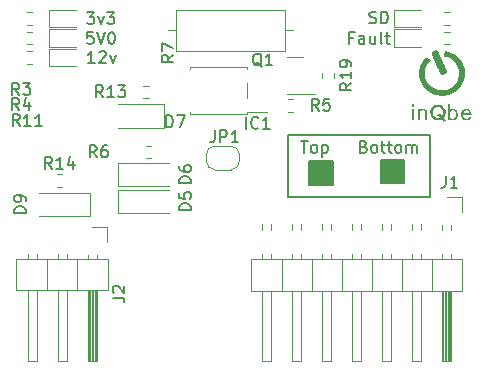
<source format=gbr>
%TF.GenerationSoftware,KiCad,Pcbnew,(6.0.9)*%
%TF.CreationDate,2022-11-10T15:00:12+05:30*%
%TF.ProjectId,Gate Driver TLP152,47617465-2044-4726-9976-657220544c50,rev?*%
%TF.SameCoordinates,Original*%
%TF.FileFunction,Legend,Top*%
%TF.FilePolarity,Positive*%
%FSLAX46Y46*%
G04 Gerber Fmt 4.6, Leading zero omitted, Abs format (unit mm)*
G04 Created by KiCad (PCBNEW (6.0.9)) date 2022-11-10 15:00:12*
%MOMM*%
%LPD*%
G01*
G04 APERTURE LIST*
%ADD10C,0.150000*%
%ADD11C,0.200000*%
%ADD12C,0.120000*%
G04 APERTURE END LIST*
D10*
X25940000Y-13478000D02*
X27940000Y-13478000D01*
X27940000Y-13478000D02*
X27940000Y-15478000D01*
X27940000Y-15478000D02*
X25940000Y-15478000D01*
X25940000Y-15478000D02*
X25940000Y-13478000D01*
G36*
X25940000Y-13478000D02*
G01*
X27940000Y-13478000D01*
X27940000Y-15478000D01*
X25940000Y-15478000D01*
X25940000Y-13478000D01*
G37*
X32004000Y-13351000D02*
X34004000Y-13351000D01*
X34004000Y-13351000D02*
X34004000Y-15351000D01*
X34004000Y-15351000D02*
X32004000Y-15351000D01*
X32004000Y-15351000D02*
X32004000Y-13351000D01*
G36*
X32004000Y-13351000D02*
G01*
X34004000Y-13351000D01*
X34004000Y-15351000D01*
X32004000Y-15351000D01*
X32004000Y-13351000D01*
G37*
X24130000Y-11303000D02*
X36195000Y-11303000D01*
X36195000Y-11303000D02*
X36195000Y-16510000D01*
X36195000Y-16510000D02*
X24130000Y-16510000D01*
X24130000Y-16510000D02*
X24130000Y-11303000D01*
X25249809Y-11771380D02*
X25821238Y-11771380D01*
X25535523Y-12771380D02*
X25535523Y-11771380D01*
X26297428Y-12771380D02*
X26202190Y-12723761D01*
X26154571Y-12676142D01*
X26106952Y-12580904D01*
X26106952Y-12295190D01*
X26154571Y-12199952D01*
X26202190Y-12152333D01*
X26297428Y-12104714D01*
X26440285Y-12104714D01*
X26535523Y-12152333D01*
X26583142Y-12199952D01*
X26630761Y-12295190D01*
X26630761Y-12580904D01*
X26583142Y-12676142D01*
X26535523Y-12723761D01*
X26440285Y-12771380D01*
X26297428Y-12771380D01*
X27059333Y-12104714D02*
X27059333Y-13104714D01*
X27059333Y-12152333D02*
X27154571Y-12104714D01*
X27345047Y-12104714D01*
X27440285Y-12152333D01*
X27487904Y-12199952D01*
X27535523Y-12295190D01*
X27535523Y-12580904D01*
X27487904Y-12676142D01*
X27440285Y-12723761D01*
X27345047Y-12771380D01*
X27154571Y-12771380D01*
X27059333Y-12723761D01*
X30583142Y-12247571D02*
X30726000Y-12295190D01*
X30773619Y-12342809D01*
X30821238Y-12438047D01*
X30821238Y-12580904D01*
X30773619Y-12676142D01*
X30726000Y-12723761D01*
X30630761Y-12771380D01*
X30249809Y-12771380D01*
X30249809Y-11771380D01*
X30583142Y-11771380D01*
X30678380Y-11819000D01*
X30726000Y-11866619D01*
X30773619Y-11961857D01*
X30773619Y-12057095D01*
X30726000Y-12152333D01*
X30678380Y-12199952D01*
X30583142Y-12247571D01*
X30249809Y-12247571D01*
X31392666Y-12771380D02*
X31297428Y-12723761D01*
X31249809Y-12676142D01*
X31202190Y-12580904D01*
X31202190Y-12295190D01*
X31249809Y-12199952D01*
X31297428Y-12152333D01*
X31392666Y-12104714D01*
X31535523Y-12104714D01*
X31630761Y-12152333D01*
X31678380Y-12199952D01*
X31726000Y-12295190D01*
X31726000Y-12580904D01*
X31678380Y-12676142D01*
X31630761Y-12723761D01*
X31535523Y-12771380D01*
X31392666Y-12771380D01*
X32011714Y-12104714D02*
X32392666Y-12104714D01*
X32154571Y-11771380D02*
X32154571Y-12628523D01*
X32202190Y-12723761D01*
X32297428Y-12771380D01*
X32392666Y-12771380D01*
X32583142Y-12104714D02*
X32964095Y-12104714D01*
X32726000Y-11771380D02*
X32726000Y-12628523D01*
X32773619Y-12723761D01*
X32868857Y-12771380D01*
X32964095Y-12771380D01*
X33440285Y-12771380D02*
X33345047Y-12723761D01*
X33297428Y-12676142D01*
X33249809Y-12580904D01*
X33249809Y-12295190D01*
X33297428Y-12199952D01*
X33345047Y-12152333D01*
X33440285Y-12104714D01*
X33583142Y-12104714D01*
X33678380Y-12152333D01*
X33726000Y-12199952D01*
X33773619Y-12295190D01*
X33773619Y-12580904D01*
X33726000Y-12676142D01*
X33678380Y-12723761D01*
X33583142Y-12771380D01*
X33440285Y-12771380D01*
X34202190Y-12771380D02*
X34202190Y-12104714D01*
X34202190Y-12199952D02*
X34249809Y-12152333D01*
X34345047Y-12104714D01*
X34487904Y-12104714D01*
X34583142Y-12152333D01*
X34630761Y-12247571D01*
X34630761Y-12771380D01*
X34630761Y-12247571D02*
X34678380Y-12152333D01*
X34773619Y-12104714D01*
X34916476Y-12104714D01*
X35011714Y-12152333D01*
X35059333Y-12247571D01*
X35059333Y-12771380D01*
D11*
X7140723Y-874780D02*
X7759771Y-874780D01*
X7426438Y-1255733D01*
X7569295Y-1255733D01*
X7664533Y-1303352D01*
X7712152Y-1350971D01*
X7759771Y-1446209D01*
X7759771Y-1684304D01*
X7712152Y-1779542D01*
X7664533Y-1827161D01*
X7569295Y-1874780D01*
X7283580Y-1874780D01*
X7188342Y-1827161D01*
X7140723Y-1779542D01*
X8093104Y-1208114D02*
X8331200Y-1874780D01*
X8569295Y-1208114D01*
X8855009Y-874780D02*
X9474057Y-874780D01*
X9140723Y-1255733D01*
X9283580Y-1255733D01*
X9378819Y-1303352D01*
X9426438Y-1350971D01*
X9474057Y-1446209D01*
X9474057Y-1684304D01*
X9426438Y-1779542D01*
X9378819Y-1827161D01*
X9283580Y-1874780D01*
X8997866Y-1874780D01*
X8902628Y-1827161D01*
X8855009Y-1779542D01*
X31065885Y-1776361D02*
X31208742Y-1823980D01*
X31446838Y-1823980D01*
X31542076Y-1776361D01*
X31589695Y-1728742D01*
X31637314Y-1633504D01*
X31637314Y-1538266D01*
X31589695Y-1443028D01*
X31542076Y-1395409D01*
X31446838Y-1347790D01*
X31256361Y-1300171D01*
X31161123Y-1252552D01*
X31113504Y-1204933D01*
X31065885Y-1109695D01*
X31065885Y-1014457D01*
X31113504Y-919219D01*
X31161123Y-871600D01*
X31256361Y-823980D01*
X31494457Y-823980D01*
X31637314Y-871600D01*
X32065885Y-1823980D02*
X32065885Y-823980D01*
X32303980Y-823980D01*
X32446838Y-871600D01*
X32542076Y-966838D01*
X32589695Y-1062076D01*
X32637314Y-1252552D01*
X32637314Y-1395409D01*
X32589695Y-1585885D01*
X32542076Y-1681123D01*
X32446838Y-1776361D01*
X32303980Y-1823980D01*
X32065885Y-1823980D01*
X7810571Y-5176780D02*
X7239142Y-5176780D01*
X7524857Y-5176780D02*
X7524857Y-4176780D01*
X7429619Y-4319638D01*
X7334380Y-4414876D01*
X7239142Y-4462495D01*
X8191523Y-4272019D02*
X8239142Y-4224400D01*
X8334380Y-4176780D01*
X8572476Y-4176780D01*
X8667714Y-4224400D01*
X8715333Y-4272019D01*
X8762952Y-4367257D01*
X8762952Y-4462495D01*
X8715333Y-4605352D01*
X8143904Y-5176780D01*
X8762952Y-5176780D01*
X9096285Y-4510114D02*
X9334380Y-5176780D01*
X9572476Y-4510114D01*
X29678476Y-3027371D02*
X29345142Y-3027371D01*
X29345142Y-3551180D02*
X29345142Y-2551180D01*
X29821333Y-2551180D01*
X30630857Y-3551180D02*
X30630857Y-3027371D01*
X30583238Y-2932133D01*
X30488000Y-2884514D01*
X30297523Y-2884514D01*
X30202285Y-2932133D01*
X30630857Y-3503561D02*
X30535619Y-3551180D01*
X30297523Y-3551180D01*
X30202285Y-3503561D01*
X30154666Y-3408323D01*
X30154666Y-3313085D01*
X30202285Y-3217847D01*
X30297523Y-3170228D01*
X30535619Y-3170228D01*
X30630857Y-3122609D01*
X31535619Y-2884514D02*
X31535619Y-3551180D01*
X31107047Y-2884514D02*
X31107047Y-3408323D01*
X31154666Y-3503561D01*
X31249904Y-3551180D01*
X31392761Y-3551180D01*
X31488000Y-3503561D01*
X31535619Y-3455942D01*
X32154666Y-3551180D02*
X32059428Y-3503561D01*
X32011809Y-3408323D01*
X32011809Y-2551180D01*
X32392761Y-2884514D02*
X32773714Y-2884514D01*
X32535619Y-2551180D02*
X32535619Y-3408323D01*
X32583238Y-3503561D01*
X32678476Y-3551180D01*
X32773714Y-3551180D01*
X7664533Y-2551180D02*
X7188342Y-2551180D01*
X7140723Y-3027371D01*
X7188342Y-2979752D01*
X7283580Y-2932133D01*
X7521676Y-2932133D01*
X7616914Y-2979752D01*
X7664533Y-3027371D01*
X7712152Y-3122609D01*
X7712152Y-3360704D01*
X7664533Y-3455942D01*
X7616914Y-3503561D01*
X7521676Y-3551180D01*
X7283580Y-3551180D01*
X7188342Y-3503561D01*
X7140723Y-3455942D01*
X7997866Y-2551180D02*
X8331200Y-3551180D01*
X8664533Y-2551180D01*
X9188342Y-2551180D02*
X9283580Y-2551180D01*
X9378819Y-2598800D01*
X9426438Y-2646419D01*
X9474057Y-2741657D01*
X9521676Y-2932133D01*
X9521676Y-3170228D01*
X9474057Y-3360704D01*
X9426438Y-3455942D01*
X9378819Y-3503561D01*
X9283580Y-3551180D01*
X9188342Y-3551180D01*
X9093104Y-3503561D01*
X9045485Y-3455942D01*
X8997866Y-3360704D01*
X8950247Y-3170228D01*
X8950247Y-2932133D01*
X8997866Y-2741657D01*
X9045485Y-2646419D01*
X9093104Y-2598800D01*
X9188342Y-2551180D01*
D10*
%TO.C,R5*%
X26757333Y-9215380D02*
X26424000Y-8739190D01*
X26185904Y-9215380D02*
X26185904Y-8215380D01*
X26566857Y-8215380D01*
X26662095Y-8263000D01*
X26709714Y-8310619D01*
X26757333Y-8405857D01*
X26757333Y-8548714D01*
X26709714Y-8643952D01*
X26662095Y-8691571D01*
X26566857Y-8739190D01*
X26185904Y-8739190D01*
X27662095Y-8215380D02*
X27185904Y-8215380D01*
X27138285Y-8691571D01*
X27185904Y-8643952D01*
X27281142Y-8596333D01*
X27519238Y-8596333D01*
X27614476Y-8643952D01*
X27662095Y-8691571D01*
X27709714Y-8786809D01*
X27709714Y-9024904D01*
X27662095Y-9120142D01*
X27614476Y-9167761D01*
X27519238Y-9215380D01*
X27281142Y-9215380D01*
X27185904Y-9167761D01*
X27138285Y-9120142D01*
%TO.C,R7*%
X14473180Y-4484666D02*
X13996990Y-4818000D01*
X14473180Y-5056095D02*
X13473180Y-5056095D01*
X13473180Y-4675142D01*
X13520800Y-4579904D01*
X13568419Y-4532285D01*
X13663657Y-4484666D01*
X13806514Y-4484666D01*
X13901752Y-4532285D01*
X13949371Y-4579904D01*
X13996990Y-4675142D01*
X13996990Y-5056095D01*
X13473180Y-4151333D02*
X13473180Y-3484666D01*
X14473180Y-3913238D01*
%TO.C,R4*%
X1408133Y-9139180D02*
X1074800Y-8662990D01*
X836704Y-9139180D02*
X836704Y-8139180D01*
X1217657Y-8139180D01*
X1312895Y-8186800D01*
X1360514Y-8234419D01*
X1408133Y-8329657D01*
X1408133Y-8472514D01*
X1360514Y-8567752D01*
X1312895Y-8615371D01*
X1217657Y-8662990D01*
X836704Y-8662990D01*
X2265276Y-8472514D02*
X2265276Y-9139180D01*
X2027180Y-8091561D02*
X1789085Y-8805847D01*
X2408133Y-8805847D01*
%TO.C,R6*%
X7961333Y-13152380D02*
X7628000Y-12676190D01*
X7389904Y-13152380D02*
X7389904Y-12152380D01*
X7770857Y-12152380D01*
X7866095Y-12200000D01*
X7913714Y-12247619D01*
X7961333Y-12342857D01*
X7961333Y-12485714D01*
X7913714Y-12580952D01*
X7866095Y-12628571D01*
X7770857Y-12676190D01*
X7389904Y-12676190D01*
X8818476Y-12152380D02*
X8628000Y-12152380D01*
X8532761Y-12200000D01*
X8485142Y-12247619D01*
X8389904Y-12390476D01*
X8342285Y-12580952D01*
X8342285Y-12961904D01*
X8389904Y-13057142D01*
X8437523Y-13104761D01*
X8532761Y-13152380D01*
X8723238Y-13152380D01*
X8818476Y-13104761D01*
X8866095Y-13057142D01*
X8913714Y-12961904D01*
X8913714Y-12723809D01*
X8866095Y-12628571D01*
X8818476Y-12580952D01*
X8723238Y-12533333D01*
X8532761Y-12533333D01*
X8437523Y-12580952D01*
X8389904Y-12628571D01*
X8342285Y-12723809D01*
%TO.C,D7*%
X13866904Y-10612380D02*
X13866904Y-9612380D01*
X14105000Y-9612380D01*
X14247857Y-9660000D01*
X14343095Y-9755238D01*
X14390714Y-9850476D01*
X14438333Y-10040952D01*
X14438333Y-10183809D01*
X14390714Y-10374285D01*
X14343095Y-10469523D01*
X14247857Y-10564761D01*
X14105000Y-10612380D01*
X13866904Y-10612380D01*
X14771666Y-9612380D02*
X15438333Y-9612380D01*
X15009761Y-10612380D01*
%TO.C,IC1*%
X20613809Y-10739380D02*
X20613809Y-9739380D01*
X21661428Y-10644142D02*
X21613809Y-10691761D01*
X21470952Y-10739380D01*
X21375714Y-10739380D01*
X21232857Y-10691761D01*
X21137619Y-10596523D01*
X21090000Y-10501285D01*
X21042380Y-10310809D01*
X21042380Y-10167952D01*
X21090000Y-9977476D01*
X21137619Y-9882238D01*
X21232857Y-9787000D01*
X21375714Y-9739380D01*
X21470952Y-9739380D01*
X21613809Y-9787000D01*
X21661428Y-9834619D01*
X22613809Y-10739380D02*
X22042380Y-10739380D01*
X22328095Y-10739380D02*
X22328095Y-9739380D01*
X22232857Y-9882238D01*
X22137619Y-9977476D01*
X22042380Y-10025095D01*
%TO.C,R19*%
X29535380Y-6865857D02*
X29059190Y-7199190D01*
X29535380Y-7437285D02*
X28535380Y-7437285D01*
X28535380Y-7056333D01*
X28583000Y-6961095D01*
X28630619Y-6913476D01*
X28725857Y-6865857D01*
X28868714Y-6865857D01*
X28963952Y-6913476D01*
X29011571Y-6961095D01*
X29059190Y-7056333D01*
X29059190Y-7437285D01*
X29535380Y-5913476D02*
X29535380Y-6484904D01*
X29535380Y-6199190D02*
X28535380Y-6199190D01*
X28678238Y-6294428D01*
X28773476Y-6389666D01*
X28821095Y-6484904D01*
X29535380Y-5437285D02*
X29535380Y-5246809D01*
X29487761Y-5151571D01*
X29440142Y-5103952D01*
X29297285Y-5008714D01*
X29106809Y-4961095D01*
X28725857Y-4961095D01*
X28630619Y-5008714D01*
X28583000Y-5056333D01*
X28535380Y-5151571D01*
X28535380Y-5342047D01*
X28583000Y-5437285D01*
X28630619Y-5484904D01*
X28725857Y-5532523D01*
X28963952Y-5532523D01*
X29059190Y-5484904D01*
X29106809Y-5437285D01*
X29154428Y-5342047D01*
X29154428Y-5151571D01*
X29106809Y-5056333D01*
X29059190Y-5008714D01*
X28963952Y-4961095D01*
%TO.C,J1*%
X37512666Y-14743180D02*
X37512666Y-15457466D01*
X37465047Y-15600323D01*
X37369809Y-15695561D01*
X37226952Y-15743180D01*
X37131714Y-15743180D01*
X38512666Y-15743180D02*
X37941238Y-15743180D01*
X38226952Y-15743180D02*
X38226952Y-14743180D01*
X38131714Y-14886038D01*
X38036476Y-14981276D01*
X37941238Y-15028895D01*
%TO.C,D9*%
X1976380Y-17883095D02*
X976380Y-17883095D01*
X976380Y-17645000D01*
X1024000Y-17502142D01*
X1119238Y-17406904D01*
X1214476Y-17359285D01*
X1404952Y-17311666D01*
X1547809Y-17311666D01*
X1738285Y-17359285D01*
X1833523Y-17406904D01*
X1928761Y-17502142D01*
X1976380Y-17645000D01*
X1976380Y-17883095D01*
X1976380Y-16835476D02*
X1976380Y-16645000D01*
X1928761Y-16549761D01*
X1881142Y-16502142D01*
X1738285Y-16406904D01*
X1547809Y-16359285D01*
X1166857Y-16359285D01*
X1071619Y-16406904D01*
X1024000Y-16454523D01*
X976380Y-16549761D01*
X976380Y-16740238D01*
X1024000Y-16835476D01*
X1071619Y-16883095D01*
X1166857Y-16930714D01*
X1404952Y-16930714D01*
X1500190Y-16883095D01*
X1547809Y-16835476D01*
X1595428Y-16740238D01*
X1595428Y-16549761D01*
X1547809Y-16454523D01*
X1500190Y-16406904D01*
X1404952Y-16359285D01*
%TO.C,R14*%
X4183142Y-14135380D02*
X3849809Y-13659190D01*
X3611714Y-14135380D02*
X3611714Y-13135380D01*
X3992666Y-13135380D01*
X4087904Y-13183000D01*
X4135523Y-13230619D01*
X4183142Y-13325857D01*
X4183142Y-13468714D01*
X4135523Y-13563952D01*
X4087904Y-13611571D01*
X3992666Y-13659190D01*
X3611714Y-13659190D01*
X5135523Y-14135380D02*
X4564095Y-14135380D01*
X4849809Y-14135380D02*
X4849809Y-13135380D01*
X4754571Y-13278238D01*
X4659333Y-13373476D01*
X4564095Y-13421095D01*
X5992666Y-13468714D02*
X5992666Y-14135380D01*
X5754571Y-13087761D02*
X5516476Y-13802047D01*
X6135523Y-13802047D01*
%TO.C,JP1*%
X17962666Y-10882380D02*
X17962666Y-11596666D01*
X17915047Y-11739523D01*
X17819809Y-11834761D01*
X17676952Y-11882380D01*
X17581714Y-11882380D01*
X18438857Y-11882380D02*
X18438857Y-10882380D01*
X18819809Y-10882380D01*
X18915047Y-10930000D01*
X18962666Y-10977619D01*
X19010285Y-11072857D01*
X19010285Y-11215714D01*
X18962666Y-11310952D01*
X18915047Y-11358571D01*
X18819809Y-11406190D01*
X18438857Y-11406190D01*
X19962666Y-11882380D02*
X19391238Y-11882380D01*
X19676952Y-11882380D02*
X19676952Y-10882380D01*
X19581714Y-11025238D01*
X19486476Y-11120476D01*
X19391238Y-11168095D01*
%TO.C,J2*%
X9314380Y-25038333D02*
X10028666Y-25038333D01*
X10171523Y-25085952D01*
X10266761Y-25181190D01*
X10314380Y-25324047D01*
X10314380Y-25419285D01*
X9409619Y-24609761D02*
X9362000Y-24562142D01*
X9314380Y-24466904D01*
X9314380Y-24228809D01*
X9362000Y-24133571D01*
X9409619Y-24085952D01*
X9504857Y-24038333D01*
X9600095Y-24038333D01*
X9742952Y-24085952D01*
X10314380Y-24657380D01*
X10314380Y-24038333D01*
%TO.C,D6*%
X15946380Y-15343095D02*
X14946380Y-15343095D01*
X14946380Y-15105000D01*
X14994000Y-14962142D01*
X15089238Y-14866904D01*
X15184476Y-14819285D01*
X15374952Y-14771666D01*
X15517809Y-14771666D01*
X15708285Y-14819285D01*
X15803523Y-14866904D01*
X15898761Y-14962142D01*
X15946380Y-15105000D01*
X15946380Y-15343095D01*
X14946380Y-13914523D02*
X14946380Y-14105000D01*
X14994000Y-14200238D01*
X15041619Y-14247857D01*
X15184476Y-14343095D01*
X15374952Y-14390714D01*
X15755904Y-14390714D01*
X15851142Y-14343095D01*
X15898761Y-14295476D01*
X15946380Y-14200238D01*
X15946380Y-14009761D01*
X15898761Y-13914523D01*
X15851142Y-13866904D01*
X15755904Y-13819285D01*
X15517809Y-13819285D01*
X15422571Y-13866904D01*
X15374952Y-13914523D01*
X15327333Y-14009761D01*
X15327333Y-14200238D01*
X15374952Y-14295476D01*
X15422571Y-14343095D01*
X15517809Y-14390714D01*
%TO.C,R3*%
X1408133Y-7869180D02*
X1074800Y-7392990D01*
X836704Y-7869180D02*
X836704Y-6869180D01*
X1217657Y-6869180D01*
X1312895Y-6916800D01*
X1360514Y-6964419D01*
X1408133Y-7059657D01*
X1408133Y-7202514D01*
X1360514Y-7297752D01*
X1312895Y-7345371D01*
X1217657Y-7392990D01*
X836704Y-7392990D01*
X1741466Y-6869180D02*
X2360514Y-6869180D01*
X2027180Y-7250133D01*
X2170038Y-7250133D01*
X2265276Y-7297752D01*
X2312895Y-7345371D01*
X2360514Y-7440609D01*
X2360514Y-7678704D01*
X2312895Y-7773942D01*
X2265276Y-7821561D01*
X2170038Y-7869180D01*
X1884323Y-7869180D01*
X1789085Y-7821561D01*
X1741466Y-7773942D01*
%TO.C,R13*%
X8501142Y-8072380D02*
X8167809Y-7596190D01*
X7929714Y-8072380D02*
X7929714Y-7072380D01*
X8310666Y-7072380D01*
X8405904Y-7120000D01*
X8453523Y-7167619D01*
X8501142Y-7262857D01*
X8501142Y-7405714D01*
X8453523Y-7500952D01*
X8405904Y-7548571D01*
X8310666Y-7596190D01*
X7929714Y-7596190D01*
X9453523Y-8072380D02*
X8882095Y-8072380D01*
X9167809Y-8072380D02*
X9167809Y-7072380D01*
X9072571Y-7215238D01*
X8977333Y-7310476D01*
X8882095Y-7358095D01*
X9786857Y-7072380D02*
X10405904Y-7072380D01*
X10072571Y-7453333D01*
X10215428Y-7453333D01*
X10310666Y-7500952D01*
X10358285Y-7548571D01*
X10405904Y-7643809D01*
X10405904Y-7881904D01*
X10358285Y-7977142D01*
X10310666Y-8024761D01*
X10215428Y-8072380D01*
X9929714Y-8072380D01*
X9834476Y-8024761D01*
X9786857Y-7977142D01*
%TO.C,D5*%
X15946380Y-17629095D02*
X14946380Y-17629095D01*
X14946380Y-17391000D01*
X14994000Y-17248142D01*
X15089238Y-17152904D01*
X15184476Y-17105285D01*
X15374952Y-17057666D01*
X15517809Y-17057666D01*
X15708285Y-17105285D01*
X15803523Y-17152904D01*
X15898761Y-17248142D01*
X15946380Y-17391000D01*
X15946380Y-17629095D01*
X14946380Y-16152904D02*
X14946380Y-16629095D01*
X15422571Y-16676714D01*
X15374952Y-16629095D01*
X15327333Y-16533857D01*
X15327333Y-16295761D01*
X15374952Y-16200523D01*
X15422571Y-16152904D01*
X15517809Y-16105285D01*
X15755904Y-16105285D01*
X15851142Y-16152904D01*
X15898761Y-16200523D01*
X15946380Y-16295761D01*
X15946380Y-16533857D01*
X15898761Y-16629095D01*
X15851142Y-16676714D01*
%TO.C,Q1*%
X21951961Y-5475219D02*
X21856723Y-5427600D01*
X21761485Y-5332361D01*
X21618628Y-5189504D01*
X21523390Y-5141885D01*
X21428152Y-5141885D01*
X21475771Y-5379980D02*
X21380533Y-5332361D01*
X21285295Y-5237123D01*
X21237676Y-5046647D01*
X21237676Y-4713314D01*
X21285295Y-4522838D01*
X21380533Y-4427600D01*
X21475771Y-4379980D01*
X21666247Y-4379980D01*
X21761485Y-4427600D01*
X21856723Y-4522838D01*
X21904342Y-4713314D01*
X21904342Y-5046647D01*
X21856723Y-5237123D01*
X21761485Y-5332361D01*
X21666247Y-5379980D01*
X21475771Y-5379980D01*
X22856723Y-5379980D02*
X22285295Y-5379980D01*
X22571009Y-5379980D02*
X22571009Y-4379980D01*
X22475771Y-4522838D01*
X22380533Y-4618076D01*
X22285295Y-4665695D01*
%TO.C,R11*%
X1439942Y-10510780D02*
X1106609Y-10034590D01*
X868514Y-10510780D02*
X868514Y-9510780D01*
X1249466Y-9510780D01*
X1344704Y-9558400D01*
X1392323Y-9606019D01*
X1439942Y-9701257D01*
X1439942Y-9844114D01*
X1392323Y-9939352D01*
X1344704Y-9986971D01*
X1249466Y-10034590D01*
X868514Y-10034590D01*
X2392323Y-10510780D02*
X1820895Y-10510780D01*
X2106609Y-10510780D02*
X2106609Y-9510780D01*
X2011371Y-9653638D01*
X1916133Y-9748876D01*
X1820895Y-9796495D01*
X3344704Y-10510780D02*
X2773276Y-10510780D01*
X3058990Y-10510780D02*
X3058990Y-9510780D01*
X2963752Y-9653638D01*
X2868514Y-9748876D01*
X2773276Y-9796495D01*
D12*
%TO.C,R5*%
X24146742Y-8240500D02*
X24621258Y-8240500D01*
X24146742Y-9285500D02*
X24621258Y-9285500D01*
%TO.C,R7*%
X23924000Y-4133000D02*
X23924000Y-693000D01*
X24614000Y-2413000D02*
X23924000Y-2413000D01*
X14684000Y-4133000D02*
X23924000Y-4133000D01*
X14684000Y-693000D02*
X14684000Y-4133000D01*
X13994000Y-2413000D02*
X14684000Y-2413000D01*
X23924000Y-693000D02*
X14684000Y-693000D01*
%TO.C,R4*%
X2523258Y-3570500D02*
X2048742Y-3570500D01*
X2523258Y-2525500D02*
X2048742Y-2525500D01*
%TO.C,D1*%
X33122000Y-2132000D02*
X35407000Y-2132000D01*
X33122000Y-662000D02*
X33122000Y-2132000D01*
X35407000Y-662000D02*
X33122000Y-662000D01*
%TO.C,R6*%
X12106742Y-13222500D02*
X12581258Y-13222500D01*
X12106742Y-12177500D02*
X12581258Y-12177500D01*
%TO.C,D7*%
X13630000Y-10652000D02*
X13630000Y-8652000D01*
X13630000Y-8652000D02*
X9780000Y-8652000D01*
X13630000Y-10652000D02*
X9780000Y-10652000D01*
%TO.C,IC1*%
X20688000Y-9343000D02*
X20688000Y-9493000D01*
X15888000Y-5493000D02*
X20688000Y-5493000D01*
X15888000Y-9493000D02*
X15888000Y-9343000D01*
X20688000Y-9343000D02*
X22388000Y-9343000D01*
X15888000Y-5643000D02*
X15888000Y-5493000D01*
X20688000Y-6843000D02*
X20688000Y-8143000D01*
X20688000Y-5493000D02*
X20688000Y-5643000D01*
X20688000Y-9493000D02*
X15888000Y-9493000D01*
%TO.C,R19*%
X28081500Y-6460258D02*
X28081500Y-5985742D01*
X27036500Y-6460258D02*
X27036500Y-5985742D01*
%TO.C,D2*%
X35407000Y-2313000D02*
X33122000Y-2313000D01*
X33122000Y-3783000D02*
X35407000Y-3783000D01*
X33122000Y-2313000D02*
X33122000Y-3783000D01*
%TO.C,J1*%
X38935000Y-24445000D02*
X38935000Y-21785000D01*
X37605000Y-16535000D02*
X38875000Y-16535000D01*
X27065000Y-30445000D02*
X27065000Y-24445000D01*
X22745000Y-30445000D02*
X21985000Y-30445000D01*
X37225000Y-21387929D02*
X37225000Y-21785000D01*
X32905000Y-30445000D02*
X32145000Y-30445000D01*
X31255000Y-21785000D02*
X31255000Y-24445000D01*
X37225000Y-18915000D02*
X37225000Y-19302071D01*
X37985000Y-30445000D02*
X37225000Y-30445000D01*
X30365000Y-18847929D02*
X30365000Y-19302071D01*
X34685000Y-30445000D02*
X34685000Y-24445000D01*
X24525000Y-30445000D02*
X24525000Y-24445000D01*
X28715000Y-21785000D02*
X28715000Y-24445000D01*
X25285000Y-18847929D02*
X25285000Y-19302071D01*
X25285000Y-24445000D02*
X25285000Y-30445000D01*
X37925000Y-24445000D02*
X37925000Y-30445000D01*
X24525000Y-18847929D02*
X24525000Y-19302071D01*
X37445000Y-24445000D02*
X37445000Y-30445000D01*
X22745000Y-21387929D02*
X22745000Y-21785000D01*
X34685000Y-21387929D02*
X34685000Y-21785000D01*
X32905000Y-24445000D02*
X32905000Y-30445000D01*
X32905000Y-18847929D02*
X32905000Y-19302071D01*
X32145000Y-21387929D02*
X32145000Y-21785000D01*
X37225000Y-30445000D02*
X37225000Y-24445000D01*
X38935000Y-21785000D02*
X21035000Y-21785000D01*
X37805000Y-24445000D02*
X37805000Y-30445000D01*
X27065000Y-21387929D02*
X27065000Y-21785000D01*
X21035000Y-24445000D02*
X38935000Y-24445000D01*
X26175000Y-21785000D02*
X26175000Y-24445000D01*
X27825000Y-21387929D02*
X27825000Y-21785000D01*
X37985000Y-24445000D02*
X37985000Y-30445000D01*
X21035000Y-21785000D02*
X21035000Y-24445000D01*
X27065000Y-18847929D02*
X27065000Y-19302071D01*
X34685000Y-18847929D02*
X34685000Y-19302071D01*
X37985000Y-18915000D02*
X37985000Y-19302071D01*
X35445000Y-18847929D02*
X35445000Y-19302071D01*
X30365000Y-21387929D02*
X30365000Y-21785000D01*
X32145000Y-18847929D02*
X32145000Y-19302071D01*
X23635000Y-21785000D02*
X23635000Y-24445000D01*
X24525000Y-21387929D02*
X24525000Y-21785000D01*
X35445000Y-24445000D02*
X35445000Y-30445000D01*
X37565000Y-24445000D02*
X37565000Y-30445000D01*
X27825000Y-18847929D02*
X27825000Y-19302071D01*
X29605000Y-30445000D02*
X29605000Y-24445000D01*
X29605000Y-18847929D02*
X29605000Y-19302071D01*
X22745000Y-18847929D02*
X22745000Y-19302071D01*
X22745000Y-24445000D02*
X22745000Y-30445000D01*
X33795000Y-21785000D02*
X33795000Y-24445000D01*
X38875000Y-16535000D02*
X38875000Y-17805000D01*
X27825000Y-24445000D02*
X27825000Y-30445000D01*
X32145000Y-30445000D02*
X32145000Y-24445000D01*
X25285000Y-21387929D02*
X25285000Y-21785000D01*
X35445000Y-21387929D02*
X35445000Y-21785000D01*
X32905000Y-21387929D02*
X32905000Y-21785000D01*
X30365000Y-24445000D02*
X30365000Y-30445000D01*
X21985000Y-30445000D02*
X21985000Y-24445000D01*
X27825000Y-30445000D02*
X27065000Y-30445000D01*
X29605000Y-21387929D02*
X29605000Y-21785000D01*
X37325000Y-24445000D02*
X37325000Y-30445000D01*
X21985000Y-18847929D02*
X21985000Y-19302071D01*
X21985000Y-21387929D02*
X21985000Y-21785000D01*
X37985000Y-21387929D02*
X37985000Y-21785000D01*
X30365000Y-30445000D02*
X29605000Y-30445000D01*
X35445000Y-30445000D02*
X34685000Y-30445000D01*
X36335000Y-21785000D02*
X36335000Y-24445000D01*
X37685000Y-24445000D02*
X37685000Y-30445000D01*
X25285000Y-30445000D02*
X24525000Y-30445000D01*
%TO.C,R2*%
X37417742Y-2525500D02*
X37892258Y-2525500D01*
X37417742Y-3570500D02*
X37892258Y-3570500D01*
%TO.C,D9*%
X7376000Y-18145000D02*
X7376000Y-16145000D01*
X7376000Y-16145000D02*
X3076000Y-16145000D01*
X3076000Y-18145000D02*
X7376000Y-18145000D01*
%TO.C,R14*%
X4588742Y-15635500D02*
X5063258Y-15635500D01*
X4588742Y-14590500D02*
X5063258Y-14590500D01*
%TO.C,D3*%
X3976000Y-662000D02*
X3976000Y-2132000D01*
X3976000Y-2132000D02*
X6261000Y-2132000D01*
X6261000Y-662000D02*
X3976000Y-662000D01*
%TO.C,D8*%
X3976000Y-5434000D02*
X6261000Y-5434000D01*
X3976000Y-3964000D02*
X3976000Y-5434000D01*
X6261000Y-3964000D02*
X3976000Y-3964000D01*
%TO.C,JP1*%
X19354000Y-14208000D02*
X17954000Y-14208000D01*
X17954000Y-12208000D02*
X19354000Y-12208000D01*
X20054000Y-12908000D02*
X20054000Y-13508000D01*
X17254000Y-13508000D02*
X17254000Y-12908000D01*
X17954000Y-12208000D02*
G75*
G03*
X17254000Y-12908000I-1J-699999D01*
G01*
X19354000Y-14208000D02*
G75*
G03*
X20054000Y-13508000I0J700000D01*
G01*
X17254000Y-13508000D02*
G75*
G03*
X17954000Y-14208000I699999J-1D01*
G01*
X20054000Y-12908000D02*
G75*
G03*
X19354000Y-12208000I-700000J0D01*
G01*
%TO.C,J2*%
X7212000Y-21430000D02*
X7212000Y-21760000D01*
X1182000Y-21760000D02*
X1182000Y-24420000D01*
X3782000Y-21760000D02*
X3782000Y-24420000D01*
X7432000Y-24420000D02*
X7432000Y-30420000D01*
X8862000Y-19050000D02*
X8862000Y-20320000D01*
X2132000Y-21362929D02*
X2132000Y-21760000D01*
X7552000Y-24420000D02*
X7552000Y-30420000D01*
X5432000Y-30420000D02*
X4672000Y-30420000D01*
X7972000Y-30420000D02*
X7212000Y-30420000D01*
X8922000Y-24420000D02*
X8922000Y-21760000D01*
X7672000Y-24420000D02*
X7672000Y-30420000D01*
X2892000Y-24420000D02*
X2892000Y-30420000D01*
X7972000Y-21430000D02*
X7972000Y-21760000D01*
X5432000Y-21362929D02*
X5432000Y-21760000D01*
X1182000Y-24420000D02*
X8922000Y-24420000D01*
X7592000Y-19050000D02*
X8862000Y-19050000D01*
X7212000Y-30420000D02*
X7212000Y-24420000D01*
X2132000Y-30420000D02*
X2132000Y-24420000D01*
X2892000Y-30420000D02*
X2132000Y-30420000D01*
X5432000Y-24420000D02*
X5432000Y-30420000D01*
X4672000Y-30420000D02*
X4672000Y-24420000D01*
X8922000Y-21760000D02*
X1182000Y-21760000D01*
X7972000Y-24420000D02*
X7972000Y-30420000D01*
X7792000Y-24420000D02*
X7792000Y-30420000D01*
X2892000Y-21362929D02*
X2892000Y-21760000D01*
X6322000Y-21760000D02*
X6322000Y-24420000D01*
X4672000Y-21362929D02*
X4672000Y-21760000D01*
X7312000Y-24420000D02*
X7312000Y-30420000D01*
X7912000Y-24420000D02*
X7912000Y-30420000D01*
%TO.C,D6*%
X9769000Y-13605000D02*
X9769000Y-15605000D01*
X14069000Y-13605000D02*
X9769000Y-13605000D01*
X9769000Y-15605000D02*
X14069000Y-15605000D01*
%TO.C,R3*%
X2523258Y-1919500D02*
X2048742Y-1919500D01*
X2523258Y-874500D02*
X2048742Y-874500D01*
%TO.C,R13*%
X12365258Y-8142500D02*
X11890742Y-8142500D01*
X12365258Y-7097500D02*
X11890742Y-7097500D01*
%TO.C,R1*%
X37417742Y-1919500D02*
X37892258Y-1919500D01*
X37417742Y-874500D02*
X37892258Y-874500D01*
%TO.C,D5*%
X14069000Y-15904000D02*
X9769000Y-15904000D01*
X9769000Y-17904000D02*
X14069000Y-17904000D01*
X9769000Y-15904000D02*
X9769000Y-17904000D01*
%TO.C,D4*%
X6261000Y-2313000D02*
X3976000Y-2313000D01*
X3976000Y-3783000D02*
X6261000Y-3783000D01*
X3976000Y-2313000D02*
X3976000Y-3783000D01*
%TO.C,G\u002A\u002A\u002A*%
G36*
X35717639Y-9041358D02*
G01*
X35729576Y-9044749D01*
X35805269Y-9076730D01*
X35861437Y-9122753D01*
X35902414Y-9186399D01*
X35903303Y-9188294D01*
X35912275Y-9208314D01*
X35919320Y-9227582D01*
X35924674Y-9249417D01*
X35928570Y-9277139D01*
X35931241Y-9314066D01*
X35932921Y-9363519D01*
X35933844Y-9428817D01*
X35934245Y-9513280D01*
X35934356Y-9620226D01*
X35934360Y-9629205D01*
X35934487Y-10003693D01*
X35779710Y-10003693D01*
X35775688Y-9648134D01*
X35774325Y-9541009D01*
X35772794Y-9456785D01*
X35770873Y-9392314D01*
X35768342Y-9344445D01*
X35764979Y-9310030D01*
X35760562Y-9285919D01*
X35754869Y-9268963D01*
X35748164Y-9256743D01*
X35702178Y-9208936D01*
X35642100Y-9179525D01*
X35573244Y-9169530D01*
X35500924Y-9179970D01*
X35451330Y-9199854D01*
X35406417Y-9230343D01*
X35373190Y-9272567D01*
X35361359Y-9294290D01*
X35351244Y-9315226D01*
X35343416Y-9335319D01*
X35337526Y-9358225D01*
X35333224Y-9387601D01*
X35330160Y-9427104D01*
X35327985Y-9480388D01*
X35326350Y-9551112D01*
X35324905Y-9642930D01*
X35324372Y-9681308D01*
X35319949Y-10003693D01*
X35165974Y-10003693D01*
X35165974Y-9052821D01*
X35309256Y-9052821D01*
X35309256Y-9173369D01*
X35366634Y-9120480D01*
X35441580Y-9068496D01*
X35528471Y-9037271D01*
X35622194Y-9027869D01*
X35717639Y-9041358D01*
G37*
G36*
X38887090Y-9264062D02*
G01*
X38932049Y-9192189D01*
X38990050Y-9131800D01*
X39052111Y-9084709D01*
X39115088Y-9054416D01*
X39186861Y-9038201D01*
X39275312Y-9033348D01*
X39275564Y-9033348D01*
X39336580Y-9034399D01*
X39380931Y-9038820D01*
X39417956Y-9048387D01*
X39456991Y-9064878D01*
X39467229Y-9069834D01*
X39552809Y-9125692D01*
X39620318Y-9200039D01*
X39669360Y-9292226D01*
X39699541Y-9401607D01*
X39707589Y-9464333D01*
X39715745Y-9560821D01*
X39362910Y-9560821D01*
X39269744Y-9561167D01*
X39185401Y-9562144D01*
X39113302Y-9563658D01*
X39056868Y-9565616D01*
X39019517Y-9567925D01*
X39004671Y-9570492D01*
X39004599Y-9570590D01*
X39002994Y-9592095D01*
X39008811Y-9629504D01*
X39019861Y-9674503D01*
X39033957Y-9718784D01*
X39048909Y-9754033D01*
X39055939Y-9765563D01*
X39082592Y-9795657D01*
X39118168Y-9829268D01*
X39130602Y-9839734D01*
X39162539Y-9862301D01*
X39194830Y-9875303D01*
X39237649Y-9882039D01*
X39267658Y-9884171D01*
X39347447Y-9881804D01*
X39410067Y-9862934D01*
X39460256Y-9825155D01*
X39502753Y-9766061D01*
X39503768Y-9764271D01*
X39528418Y-9724352D01*
X39547776Y-9703910D01*
X39566600Y-9698390D01*
X39572099Y-9698852D01*
X39630784Y-9707265D01*
X39668061Y-9713945D01*
X39688306Y-9720884D01*
X39695895Y-9730074D01*
X39695206Y-9743503D01*
X39692798Y-9753766D01*
X39674325Y-9799408D01*
X39642056Y-9851949D01*
X39602287Y-9901707D01*
X39585347Y-9918987D01*
X39517839Y-9968597D01*
X39435792Y-10001624D01*
X39364061Y-10016432D01*
X39315715Y-10023308D01*
X39283525Y-10026700D01*
X39257829Y-10026623D01*
X39228969Y-10023093D01*
X39190739Y-10016709D01*
X39094464Y-9987618D01*
X39007438Y-9936387D01*
X38934138Y-9866486D01*
X38879041Y-9781384D01*
X38874409Y-9771519D01*
X38860481Y-9733935D01*
X38851024Y-9689601D01*
X38844969Y-9631800D01*
X38841647Y-9565570D01*
X38843190Y-9446949D01*
X38845619Y-9430564D01*
X39006468Y-9430564D01*
X39274529Y-9430564D01*
X39354906Y-9430072D01*
X39425650Y-9428696D01*
X39482917Y-9426590D01*
X39522864Y-9423906D01*
X39541646Y-9420798D01*
X39542589Y-9419903D01*
X39539133Y-9402240D01*
X39530278Y-9368556D01*
X39522976Y-9343197D01*
X39490324Y-9275960D01*
X39438665Y-9219856D01*
X39373903Y-9179325D01*
X39301941Y-9158805D01*
X39275564Y-9157171D01*
X39200342Y-9169509D01*
X39132665Y-9204360D01*
X39076186Y-9258476D01*
X39034556Y-9328611D01*
X39015606Y-9388231D01*
X39006468Y-9430564D01*
X38845619Y-9430564D01*
X38857903Y-9347714D01*
X38887090Y-9264062D01*
G37*
G36*
X37888333Y-8688103D02*
G01*
X37888333Y-9146030D01*
X37941198Y-9100780D01*
X38012289Y-9056073D01*
X38092527Y-9032538D01*
X38177157Y-9029316D01*
X38261420Y-9045550D01*
X38340562Y-9080379D01*
X38409824Y-9132947D01*
X38459549Y-9194342D01*
X38509947Y-9298102D01*
X38539319Y-9412539D01*
X38547389Y-9532580D01*
X38533884Y-9653155D01*
X38498529Y-9769190D01*
X38491509Y-9785480D01*
X38446129Y-9860610D01*
X38383794Y-9927655D01*
X38312145Y-9978903D01*
X38287903Y-9990970D01*
X38227069Y-10010789D01*
X38159309Y-10021983D01*
X38096047Y-10023158D01*
X38064179Y-10018265D01*
X37995811Y-9992418D01*
X37934205Y-9949471D01*
X37917641Y-9934446D01*
X37875307Y-9894377D01*
X37875307Y-10003693D01*
X37719000Y-10003693D01*
X37719000Y-9508130D01*
X37877301Y-9508130D01*
X37878823Y-9614210D01*
X37891978Y-9699589D01*
X37917959Y-9767434D01*
X37957958Y-9820909D01*
X38010329Y-9861471D01*
X38062809Y-9880845D01*
X38126095Y-9886027D01*
X38189121Y-9876974D01*
X38226876Y-9862296D01*
X38287644Y-9815312D01*
X38334198Y-9748683D01*
X38365374Y-9665307D01*
X38380012Y-9568085D01*
X38379061Y-9482667D01*
X38369115Y-9397271D01*
X38352717Y-9331547D01*
X38327713Y-9279471D01*
X38291950Y-9235023D01*
X38289662Y-9232714D01*
X38228206Y-9187364D01*
X38161205Y-9165356D01*
X38092807Y-9165851D01*
X38027161Y-9188010D01*
X37968415Y-9230994D01*
X37920717Y-9293963D01*
X37912856Y-9308907D01*
X37897578Y-9344821D01*
X37887521Y-9383092D01*
X37881342Y-9431249D01*
X37877696Y-9496824D01*
X37877301Y-9508130D01*
X37719000Y-9508130D01*
X37719000Y-8688103D01*
X37888333Y-8688103D01*
G37*
G36*
X36757034Y-4096383D02*
G01*
X36809785Y-4115179D01*
X36851954Y-4145628D01*
X36863122Y-4159558D01*
X36871564Y-4175904D01*
X36889954Y-4213920D01*
X36917357Y-4271606D01*
X36952837Y-4346963D01*
X36995460Y-4437991D01*
X37044290Y-4542690D01*
X37098394Y-4659062D01*
X37156834Y-4785107D01*
X37218678Y-4918825D01*
X37257000Y-5001846D01*
X37330495Y-5161292D01*
X37393775Y-5298908D01*
X37447600Y-5416493D01*
X37492733Y-5515843D01*
X37529933Y-5598755D01*
X37559963Y-5667027D01*
X37583583Y-5722456D01*
X37601555Y-5766838D01*
X37614639Y-5801970D01*
X37623597Y-5829651D01*
X37629190Y-5851676D01*
X37632179Y-5869843D01*
X37633325Y-5885950D01*
X37633423Y-5890596D01*
X37632318Y-5935745D01*
X37625313Y-5965227D01*
X37608931Y-5989311D01*
X37595256Y-6003403D01*
X37565787Y-6025337D01*
X37518618Y-6053100D01*
X37460475Y-6083469D01*
X37398085Y-6113221D01*
X37338177Y-6139133D01*
X37287477Y-6157982D01*
X37255411Y-6166225D01*
X37217832Y-6168232D01*
X37190998Y-6165775D01*
X37176424Y-6161913D01*
X37162531Y-6155820D01*
X37148457Y-6145888D01*
X37133342Y-6130508D01*
X37116326Y-6108072D01*
X37096548Y-6076973D01*
X37073147Y-6035600D01*
X37045263Y-5982347D01*
X37012036Y-5915605D01*
X36972605Y-5833764D01*
X36926109Y-5735218D01*
X36871689Y-5618358D01*
X36808482Y-5481574D01*
X36735630Y-5323260D01*
X36707644Y-5262359D01*
X36630426Y-5094206D01*
X36563480Y-4948024D01*
X36506186Y-4822118D01*
X36457923Y-4714793D01*
X36418073Y-4624356D01*
X36386013Y-4549112D01*
X36361126Y-4487366D01*
X36342790Y-4437424D01*
X36330385Y-4397591D01*
X36323292Y-4366174D01*
X36320890Y-4341477D01*
X36322559Y-4321806D01*
X36327680Y-4305467D01*
X36335632Y-4290765D01*
X36345795Y-4276006D01*
X36346399Y-4275168D01*
X36369456Y-4254410D01*
X36410890Y-4227130D01*
X36464822Y-4196308D01*
X36525372Y-4164925D01*
X36586662Y-4135960D01*
X36642812Y-4112393D01*
X36687943Y-4097204D01*
X36704442Y-4093696D01*
X36757034Y-4096383D01*
G37*
G36*
X34866384Y-8870462D02*
G01*
X34710077Y-8870462D01*
X34710077Y-8688103D01*
X34866384Y-8688103D01*
X34866384Y-8870462D01*
G37*
G36*
X36227743Y-9189817D02*
G01*
X36259199Y-9081188D01*
X36306183Y-8987340D01*
X36373035Y-8900320D01*
X36402459Y-8869473D01*
X36484810Y-8797106D01*
X36569185Y-8745004D01*
X36661101Y-8711011D01*
X36766078Y-8692973D01*
X36865820Y-8688576D01*
X36990593Y-8696280D01*
X37098921Y-8721004D01*
X37195540Y-8764599D01*
X37285186Y-8828917D01*
X37329220Y-8869770D01*
X37411626Y-8969621D01*
X37471599Y-9081670D01*
X37508633Y-9204043D01*
X37522222Y-9334871D01*
X37511858Y-9472281D01*
X37503897Y-9515004D01*
X37479397Y-9602310D01*
X37445130Y-9685541D01*
X37405076Y-9755704D01*
X37386475Y-9780321D01*
X37355782Y-9816798D01*
X37452212Y-9926527D01*
X37490941Y-9971668D01*
X37522344Y-10010304D01*
X37542880Y-10037946D01*
X37549154Y-10049506D01*
X37538174Y-10058102D01*
X37509434Y-10072446D01*
X37469789Y-10089761D01*
X37426098Y-10107268D01*
X37385215Y-10122188D01*
X37353997Y-10131745D01*
X37341256Y-10133739D01*
X37330450Y-10124318D01*
X37306984Y-10099479D01*
X37275019Y-10063703D01*
X37257977Y-10044075D01*
X37181212Y-9954875D01*
X37108183Y-9981489D01*
X37047635Y-9997286D01*
X36970384Y-10008482D01*
X36885457Y-10014562D01*
X36801880Y-10015008D01*
X36728679Y-10009304D01*
X36702139Y-10004725D01*
X36594770Y-9969230D01*
X36492480Y-9911927D01*
X36400668Y-9837036D01*
X36324733Y-9748778D01*
X36281139Y-9675716D01*
X36237091Y-9557465D01*
X36214109Y-9428804D01*
X36213373Y-9352410D01*
X36449000Y-9352410D01*
X36449511Y-9419258D01*
X36451811Y-9467106D01*
X36457045Y-9502997D01*
X36466360Y-9533973D01*
X36480903Y-9567079D01*
X36485476Y-9576486D01*
X36526916Y-9642123D01*
X36582140Y-9703513D01*
X36643985Y-9753843D01*
X36705287Y-9786300D01*
X36706576Y-9786762D01*
X36749532Y-9796730D01*
X36807971Y-9803682D01*
X36872164Y-9807154D01*
X36932382Y-9806683D01*
X36978893Y-9801805D01*
X36986307Y-9800098D01*
X37009089Y-9789785D01*
X37015615Y-9780954D01*
X37007381Y-9767386D01*
X36984969Y-9738822D01*
X36951814Y-9699462D01*
X36911846Y-9654060D01*
X36808077Y-9538455D01*
X36895564Y-9530192D01*
X36971809Y-9523518D01*
X37027239Y-9520862D01*
X37066920Y-9523240D01*
X37095915Y-9531669D01*
X37119287Y-9547165D01*
X37142100Y-9570745D01*
X37151250Y-9581526D01*
X37180767Y-9613778D01*
X37203020Y-9627513D01*
X37221331Y-9621155D01*
X37239027Y-9593124D01*
X37259429Y-9541842D01*
X37264435Y-9527784D01*
X37283932Y-9443586D01*
X37289446Y-9348661D01*
X37281435Y-9252647D01*
X37260360Y-9165187D01*
X37245386Y-9128339D01*
X37190101Y-9040598D01*
X37118962Y-8973198D01*
X37033238Y-8926849D01*
X36934202Y-8902261D01*
X36835274Y-8899291D01*
X36733463Y-8915332D01*
X36646950Y-8951169D01*
X36572519Y-9008267D01*
X36554167Y-9027420D01*
X36511082Y-9080049D01*
X36481181Y-9130812D01*
X36462310Y-9186363D01*
X36452315Y-9253359D01*
X36449044Y-9338453D01*
X36449000Y-9352410D01*
X36213373Y-9352410D01*
X36212825Y-9295484D01*
X36227743Y-9189817D01*
G37*
G36*
X37531225Y-4173073D02*
G01*
X37537853Y-4173820D01*
X37611631Y-4186216D01*
X37701136Y-4207560D01*
X37798584Y-4235578D01*
X37896191Y-4267994D01*
X37986174Y-4302535D01*
X38003472Y-4309888D01*
X38195572Y-4406146D01*
X38373969Y-4522803D01*
X38541253Y-4661678D01*
X38633529Y-4752418D01*
X38778628Y-4921858D01*
X38901068Y-5104106D01*
X39000656Y-5298783D01*
X39077200Y-5505507D01*
X39130506Y-5723899D01*
X39133039Y-5737795D01*
X39144064Y-5822344D01*
X39150939Y-5923969D01*
X39153654Y-6034515D01*
X39152202Y-6145829D01*
X39146574Y-6249758D01*
X39136761Y-6338148D01*
X39133684Y-6356688D01*
X39081479Y-6574499D01*
X39005831Y-6782143D01*
X38907867Y-6978120D01*
X38788712Y-7160926D01*
X38649493Y-7329058D01*
X38491335Y-7481014D01*
X38315364Y-7615292D01*
X38122707Y-7730388D01*
X38092724Y-7745762D01*
X37937731Y-7814376D01*
X37773287Y-7870450D01*
X37607229Y-7911802D01*
X37447393Y-7936249D01*
X37393359Y-7940466D01*
X37336897Y-7943772D01*
X37285874Y-7947014D01*
X37249416Y-7949605D01*
X37243564Y-7950090D01*
X37214272Y-7950667D01*
X37166535Y-7949485D01*
X37107877Y-7946791D01*
X37066088Y-7944255D01*
X36847294Y-7916993D01*
X36636155Y-7865825D01*
X36434237Y-7792101D01*
X36243105Y-7697166D01*
X36064323Y-7582368D01*
X35899457Y-7449054D01*
X35750072Y-7298572D01*
X35617732Y-7132268D01*
X35504003Y-6951490D01*
X35410449Y-6757585D01*
X35338637Y-6551901D01*
X35308285Y-6431079D01*
X35291176Y-6329397D01*
X35279348Y-6211560D01*
X35273201Y-6086999D01*
X35273137Y-5965150D01*
X35279557Y-5855445D01*
X35282635Y-5827680D01*
X35322890Y-5609916D01*
X35387697Y-5398956D01*
X35476012Y-5197088D01*
X35586790Y-5006600D01*
X35718985Y-4829777D01*
X35760005Y-4782684D01*
X35810743Y-4726343D01*
X35906198Y-4746376D01*
X36020408Y-4778536D01*
X36117338Y-4822856D01*
X36186322Y-4871437D01*
X36222400Y-4904306D01*
X36243272Y-4930004D01*
X36248287Y-4953643D01*
X36236794Y-4980338D01*
X36208139Y-5015204D01*
X36161885Y-5063140D01*
X36038238Y-5206564D01*
X35936429Y-5362045D01*
X35856856Y-5527289D01*
X35799918Y-5700000D01*
X35766014Y-5877883D01*
X35755544Y-6058644D01*
X35768904Y-6239988D01*
X35806496Y-6419619D01*
X35868717Y-6595244D01*
X35888123Y-6638161D01*
X35953426Y-6763453D01*
X36024791Y-6872757D01*
X36109145Y-6976122D01*
X36154941Y-7025191D01*
X36272532Y-7136183D01*
X36393524Y-7227824D01*
X36526251Y-7306343D01*
X36541899Y-7314434D01*
X36718156Y-7390656D01*
X36897997Y-7442418D01*
X37079436Y-7470524D01*
X37260491Y-7475776D01*
X37439175Y-7458978D01*
X37613506Y-7420932D01*
X37781499Y-7362443D01*
X37941168Y-7284312D01*
X38090531Y-7187343D01*
X38227603Y-7072340D01*
X38350398Y-6940105D01*
X38456934Y-6791441D01*
X38545225Y-6627152D01*
X38602979Y-6480257D01*
X38646003Y-6311587D01*
X38666960Y-6134169D01*
X38665935Y-5952957D01*
X38643018Y-5772907D01*
X38598296Y-5598972D01*
X38586804Y-5565528D01*
X38513889Y-5400179D01*
X38418823Y-5245639D01*
X38303943Y-5103835D01*
X38171587Y-4976690D01*
X38024095Y-4866131D01*
X37863802Y-4774083D01*
X37693049Y-4702470D01*
X37514171Y-4653219D01*
X37468453Y-4644625D01*
X37373820Y-4628488D01*
X37375503Y-4511297D01*
X37383709Y-4403109D01*
X37404047Y-4301979D01*
X37434795Y-4215980D01*
X37441347Y-4202644D01*
X37453469Y-4181913D01*
X37467349Y-4171610D01*
X37490697Y-4169431D01*
X37531225Y-4173073D01*
G37*
G36*
X34866384Y-10003693D02*
G01*
X34710077Y-10003693D01*
X34710077Y-9052821D01*
X34866384Y-9052821D01*
X34866384Y-10003693D01*
G37*
%TO.C,Q1*%
X24765000Y-4663000D02*
X24115000Y-4663000D01*
X24765000Y-7783000D02*
X26440000Y-7783000D01*
X24765000Y-4663000D02*
X25415000Y-4663000D01*
X24765000Y-7783000D02*
X24115000Y-7783000D01*
%TO.C,R11*%
X2523258Y-4176500D02*
X2048742Y-4176500D01*
X2523258Y-5221500D02*
X2048742Y-5221500D01*
%TD*%
M02*

</source>
